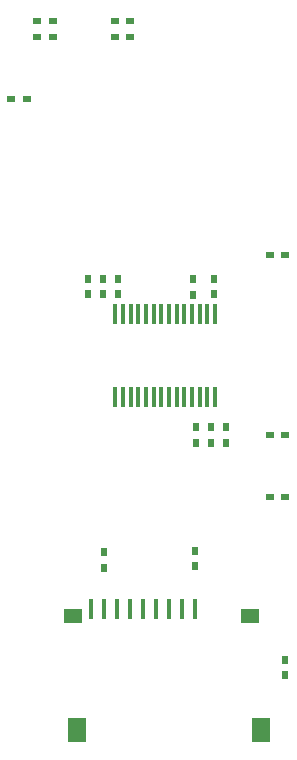
<source format=gbr>
G04 DipTrace 5.1.0.3*
G04 TopPaste.gbr*
%MOIN*%
G04 #@! TF.FileFunction,Paste,Top*
G04 #@! TF.Part,Single*
%AMOUTLINE2*
4,1,4,
0.005512,0.033465,
0.005512,-0.033465,
-0.005512,-0.033465,
-0.005512,0.033465,
0.005512,0.033465,
0*%
%ADD45R,0.061024X0.080709*%
%ADD47R,0.061024X0.049213*%
%ADD49R,0.015748X0.070866*%
%ADD59R,0.027559X0.019685*%
%ADD61R,0.019685X0.027559*%
%ADD69OUTLINE2*%
%FSLAX26Y26*%
G04*
G70*
G90*
G75*
G01*
G04 TopPaste*
%LPD*%
D61*
X1193702Y2012028D3*
Y2063209D3*
X1234198Y1568478D3*
Y1517297D3*
X1134824Y1568764D3*
Y1517583D3*
X1184824Y1568764D3*
Y1517583D3*
X1123906Y2062028D3*
Y2010847D3*
D59*
X913685Y2868700D3*
X862504D3*
X656202D3*
X605021D3*
X1381202Y1543700D3*
X1432383D3*
X913685Y2924949D3*
X862504D3*
X1381201Y2143700D3*
X1432382D3*
X1381202Y1337449D3*
X1432383D3*
X656202Y2924951D3*
X605021D3*
D61*
X1431202Y793700D3*
Y742519D3*
X827944Y1151987D3*
Y1100806D3*
X1131202Y1156200D3*
Y1105019D3*
D59*
X569256Y2661745D3*
X518075D3*
D61*
X874196Y2012983D3*
Y2064165D3*
X824196Y2012983D3*
Y2064165D3*
X774196Y2012983D3*
Y2064165D3*
D49*
X783337Y962516D3*
X826645D3*
X869952D3*
X913259D3*
X956566D3*
X999873D3*
X1043180D3*
X1086487D3*
X1129794D3*
D47*
X724243Y938934D3*
X1313042Y938582D3*
D45*
X1349353Y560697D3*
X737735Y560833D3*
D69*
X1018637Y1946913D3*
X993046D3*
X941865D3*
X1095408Y1670928D3*
X1069818D3*
X1044227D3*
X967456D3*
X916274D3*
X1197771D3*
X1120999D3*
X1197771Y1946913D3*
X1146589D3*
X1172180Y1670928D3*
X1146589D3*
X1018637D3*
X993046D3*
X941865D3*
X1095408Y1946913D3*
X1069818D3*
X1044227D3*
X967456D3*
X916274D3*
X890684D3*
Y1670928D3*
X865093Y1946913D3*
Y1670928D3*
X1172180Y1946913D3*
X1120999D3*
M02*

</source>
